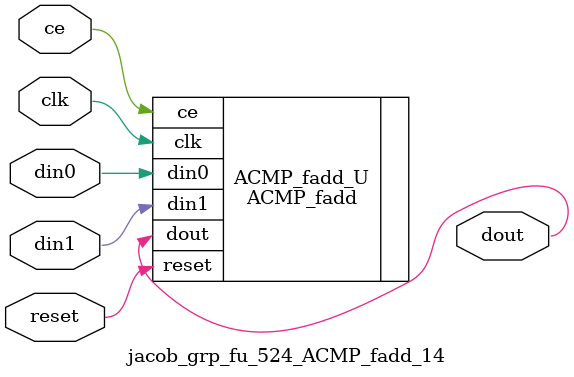
<source format=v>

`timescale 1 ns / 1 ps
module jacob_grp_fu_524_ACMP_fadd_14(
    clk,
    reset,
    ce,
    din0,
    din1,
    dout);

parameter ID = 32'd1;
parameter NUM_STAGE = 32'd1;
parameter din0_WIDTH = 32'd1;
parameter din1_WIDTH = 32'd1;
parameter dout_WIDTH = 32'd1;
input clk;
input reset;
input ce;
input[din0_WIDTH - 1:0] din0;
input[din1_WIDTH - 1:0] din1;
output[dout_WIDTH - 1:0] dout;



ACMP_fadd #(
.ID( ID ),
.NUM_STAGE( 5 ),
.din0_WIDTH( din0_WIDTH ),
.din1_WIDTH( din1_WIDTH ),
.dout_WIDTH( dout_WIDTH ))
ACMP_fadd_U(
    .clk( clk ),
    .reset( reset ),
    .ce( ce ),
    .din0( din0 ),
    .din1( din1 ),
    .dout( dout ));

endmodule

</source>
